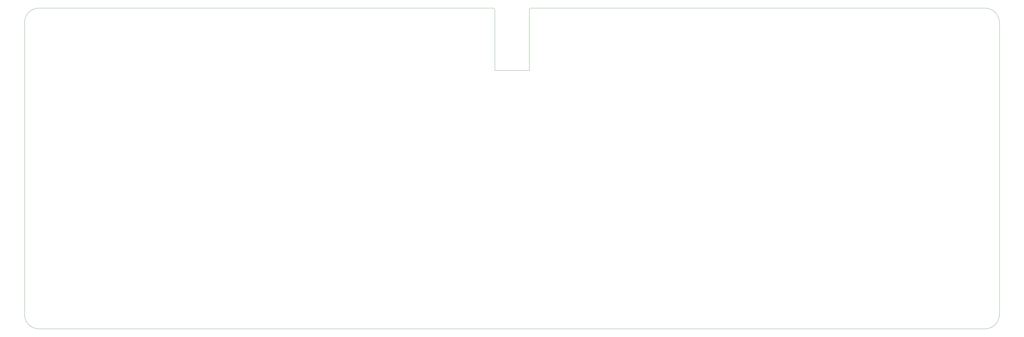
<source format=gm1>
%TF.GenerationSoftware,KiCad,Pcbnew,7.0.5*%
%TF.CreationDate,2023-07-04T10:47:42-05:00*%
%TF.ProjectId,triplejump,74726970-6c65-46a7-956d-702e6b696361,rev?*%
%TF.SameCoordinates,Original*%
%TF.FileFunction,Profile,NP*%
%FSLAX46Y46*%
G04 Gerber Fmt 4.6, Leading zero omitted, Abs format (unit mm)*
G04 Created by KiCad (PCBNEW 7.0.5) date 2023-07-04 10:47:42*
%MOMM*%
%LPD*%
G01*
G04 APERTURE LIST*
%TA.AperFunction,Profile*%
%ADD10C,0.100000*%
%TD*%
%TA.AperFunction,Profile*%
%ADD11C,0.120000*%
%TD*%
G04 APERTURE END LIST*
D10*
X357000000Y-22000000D02*
X199000000Y-22000000D01*
X22000000Y-129000000D02*
G75*
G03*
X27000000Y-134000000I5000000J0D01*
G01*
X199000000Y-22000000D02*
X198500000Y-22000000D01*
X357000000Y-134000000D02*
G75*
G03*
X362000000Y-129000000I0J5000000D01*
G01*
X185000000Y-22000000D02*
X27000000Y-22000000D01*
X362000000Y-129000000D02*
X362000000Y-27000000D01*
X27000000Y-22000000D02*
G75*
G03*
X22000000Y-27000000I0J-5000000D01*
G01*
X186000000Y-22750000D02*
X186000000Y-22500000D01*
X362000000Y-27000000D02*
G75*
G03*
X357000000Y-22000000I-5000000J0D01*
G01*
X27000000Y-134000000D02*
X357000000Y-134000000D01*
X22000000Y-27000000D02*
X22000000Y-129000000D01*
X198500000Y-22000000D02*
G75*
G03*
X198000000Y-22500000I0J-500000D01*
G01*
X186000000Y-22500000D02*
G75*
G03*
X185500000Y-22000000I-500000J0D01*
G01*
X198000000Y-22750000D02*
X198000000Y-22500000D01*
X185500000Y-22000000D02*
X185000000Y-22000000D01*
D11*
%TO.C,U1*%
X186000000Y-22750000D02*
X186000000Y-43750000D01*
X186000000Y-43750000D02*
X198000000Y-43750000D01*
X198000000Y-43750000D02*
X198000000Y-22750000D01*
%TD*%
M02*

</source>
